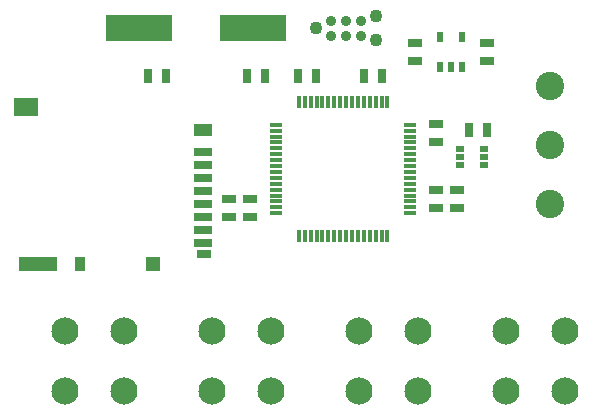
<source format=gts>
%FSLAX46Y46*%
G04 Gerber Fmt 4.6, Leading zero omitted, Abs format (unit mm)*
G04 Created by KiCad (PCBNEW (2014-08-05 BZR 5054)-product) date Wed 12 Nov 2014 18:29:59 EST*
%MOMM*%
G01*
G04 APERTURE LIST*
%ADD10C,0.100000*%
%ADD11R,0.736600X1.244600*%
%ADD12R,1.244600X0.736600*%
%ADD13C,2.401600*%
%ADD14C,0.886460*%
%ADD15C,1.089660*%
%ADD16C,1.087120*%
%ADD17C,2.301600*%
%ADD18R,1.101600X0.351600*%
%ADD19R,0.351600X1.101600*%
%ADD20R,0.609600X0.863600*%
%ADD21R,0.762000X0.508000*%
%ADD22R,1.501600X0.801600*%
%ADD23R,1.301600X0.801600*%
%ADD24R,0.901600X1.301600*%
%ADD25R,1.501600X1.101600*%
%ADD26R,1.301600X1.301600*%
%ADD27R,3.301600X1.301600*%
%ADD28R,2.001600X1.601600*%
%ADD29R,5.702300X2.202180*%
G04 APERTURE END LIST*
D10*
D11*
X179070000Y-104140000D03*
X177546000Y-104140000D03*
D12*
X177800000Y-116078000D03*
X177800000Y-114554000D03*
X193548000Y-115316000D03*
X193548000Y-113792000D03*
X193548000Y-109728000D03*
X193548000Y-108204000D03*
D11*
X183388000Y-104140000D03*
X181864000Y-104140000D03*
D12*
X195326000Y-115316000D03*
X195326000Y-113792000D03*
D11*
X169164000Y-104140000D03*
X170688000Y-104140000D03*
D12*
X197866000Y-102870000D03*
X197866000Y-101346000D03*
X191770000Y-101346000D03*
X191770000Y-102870000D03*
X176022000Y-114554000D03*
X176022000Y-116078000D03*
D13*
X203200000Y-114982000D03*
X203200000Y-109982000D03*
X203200000Y-104982000D03*
D14*
X184658000Y-100711000D03*
X184658000Y-99441000D03*
X185928000Y-100711000D03*
X185928000Y-99441000D03*
X187198000Y-100711000D03*
X187198000Y-99441000D03*
D15*
X183388000Y-100076000D03*
D16*
X188468000Y-99060000D03*
X188468000Y-101092000D03*
D17*
X162092000Y-125770000D03*
X167092000Y-125770000D03*
X167092000Y-130770000D03*
X162092000Y-130770000D03*
X174538000Y-125770000D03*
X179538000Y-125770000D03*
X179538000Y-130770000D03*
X174538000Y-130770000D03*
X186984000Y-125770000D03*
X191984000Y-125770000D03*
X191984000Y-130770000D03*
X186984000Y-130770000D03*
X199430000Y-125770000D03*
X204430000Y-125770000D03*
X204430000Y-130770000D03*
X199430000Y-130770000D03*
D18*
X191374000Y-115764000D03*
X191374000Y-115264000D03*
X191374000Y-114764000D03*
X191374000Y-114264000D03*
X191374000Y-113764000D03*
X191374000Y-113264000D03*
X191374000Y-112764000D03*
X191374000Y-112264000D03*
X191374000Y-111764000D03*
X191374000Y-111264000D03*
X191374000Y-110764000D03*
X191374000Y-110264000D03*
X191374000Y-109764000D03*
X191374000Y-109264000D03*
X191374000Y-108764000D03*
X191374000Y-108264000D03*
D19*
X189424000Y-106314000D03*
X188924000Y-106314000D03*
X188424000Y-106314000D03*
X187924000Y-106314000D03*
X187424000Y-106314000D03*
X186924000Y-106314000D03*
X186424000Y-106314000D03*
X185924000Y-106314000D03*
X185424000Y-106314000D03*
X184924000Y-106314000D03*
X184424000Y-106314000D03*
X183924000Y-106314000D03*
X183424000Y-106314000D03*
X182924000Y-106314000D03*
X182424000Y-106314000D03*
X181924000Y-106314000D03*
D18*
X179974000Y-108264000D03*
X179974000Y-108764000D03*
X179974000Y-109264000D03*
X179974000Y-109764000D03*
X179974000Y-110264000D03*
X179974000Y-110764000D03*
X179974000Y-111264000D03*
X179974000Y-111764000D03*
X179974000Y-112264000D03*
X179974000Y-112764000D03*
X179974000Y-113264000D03*
X179974000Y-113764000D03*
X179974000Y-114264000D03*
X179974000Y-114764000D03*
X179974000Y-115264000D03*
X179974000Y-115764000D03*
D19*
X181924000Y-117714000D03*
X182424000Y-117714000D03*
X182924000Y-117714000D03*
X183424000Y-117714000D03*
X183924000Y-117714000D03*
X184424000Y-117714000D03*
X184924000Y-117714000D03*
X185424000Y-117714000D03*
X185924000Y-117714000D03*
X186424000Y-117714000D03*
X186924000Y-117714000D03*
X187424000Y-117714000D03*
X187924000Y-117714000D03*
X188424000Y-117714000D03*
X188924000Y-117714000D03*
X189424000Y-117714000D03*
D20*
X193865500Y-103378000D03*
X195770500Y-103378000D03*
X193865500Y-100838000D03*
X194818000Y-103378000D03*
X195770500Y-100838000D03*
D21*
X197612000Y-111658400D03*
X197612000Y-110337600D03*
X197612000Y-110998000D03*
X195580000Y-110337600D03*
X195580000Y-111658400D03*
X195580000Y-110998000D03*
D22*
X173816000Y-110592000D03*
X173816000Y-111692000D03*
X173816000Y-112792000D03*
X173816000Y-113892000D03*
X173816000Y-114992000D03*
X173816000Y-116092000D03*
X173816000Y-117192000D03*
X173816000Y-118292000D03*
D23*
X173916000Y-119242000D03*
D24*
X163416000Y-120092000D03*
D25*
X173816000Y-108692000D03*
D26*
X169616000Y-120092000D03*
D27*
X159816000Y-120092000D03*
D28*
X158816000Y-106792000D03*
D29*
X178076860Y-100076000D03*
X168379140Y-100076000D03*
D11*
X187452000Y-104140000D03*
X188976000Y-104140000D03*
X197866000Y-108712000D03*
X196342000Y-108712000D03*
M02*

</source>
